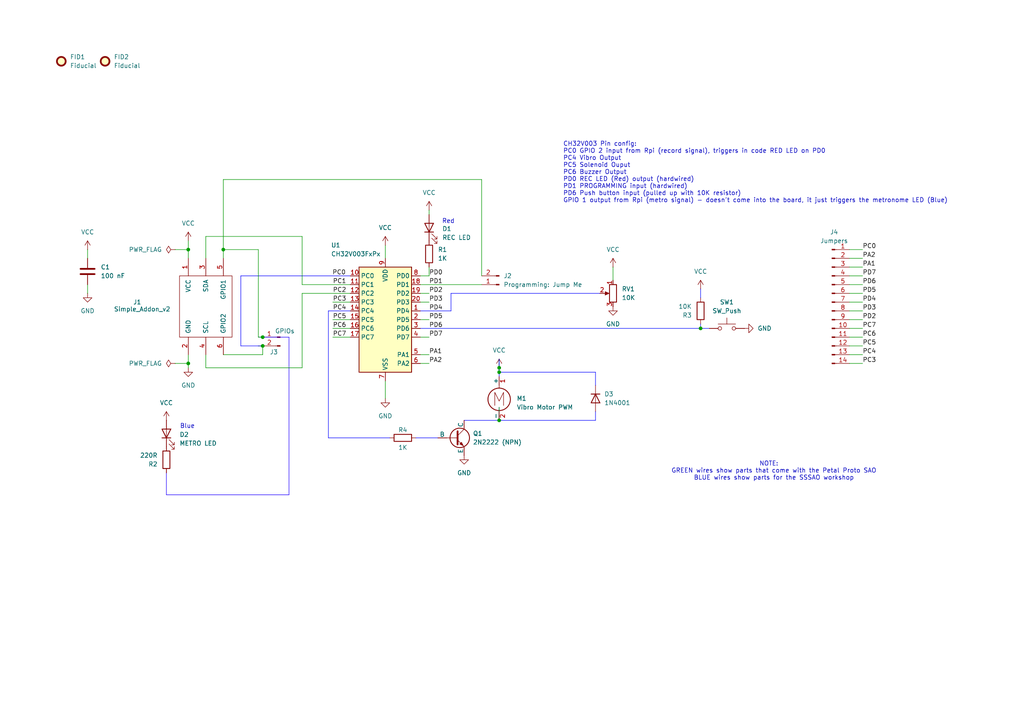
<source format=kicad_sch>
(kicad_sch (version 20250114) (generator "eeschema") (generator_version "9.0")
  (paper "A4")
  (lib_symbols
    (symbol "Connector:Conn_01x02_Pin" (pin_names (offset 1.016) (hide yes))
      (property "Reference" "J" (at 0 2.54 0))
      (property "Value" "Conn_01x02_Pin" (at 0 -5.08 0))
      (symbol "Conn_01x02_Pin_1_1"
        (rectangle (start 0.8636 0.127) (end 0 -0.127) (stroke (width 0.1524)) (fill (type outline)))
        (rectangle (start 0.8636 -2.413) (end 0 -2.667) (stroke (width 0.1524)) (fill (type outline)))
        (polyline (pts (xy 1.27 0) (xy 0.8636 0)) (stroke (width 0.1524)))
        (polyline (pts (xy 1.27 -2.54) (xy 0.8636 -2.54)) (stroke (width 0.1524)))
        (pin passive line (at 5.08 0 180) (length 3.81) (name "Pin_1") (number "1"))
        (pin passive line (at 5.08 -2.54 180) (length 3.81) (name "Pin_2") (number "2"))
      )
    )
    (symbol "Connector:Conn_01x14_Pin" (pin_names (offset 1.016) (hide yes))
      (property "Reference" "J" (at 0 17.78 0))
      (property "Value" "Conn_01x14_Pin" (at 0 -20.32 0))
      (symbol "Conn_01x14_Pin_1_1"
        (rectangle (start 0.8636 15.367) (end 0 15.113) (stroke (width 0.1524)) (fill (type outline)))
        (rectangle (start 0.8636 12.827) (end 0 12.573) (stroke (width 0.1524)) (fill (type outline)))
        (rectangle (start 0.8636 10.287) (end 0 10.033) (stroke (width 0.1524)) (fill (type outline)))
        (rectangle (start 0.8636 7.747) (end 0 7.493) (stroke (width 0.1524)) (fill (type outline)))
        (rectangle (start 0.8636 5.207) (end 0 4.953) (stroke (width 0.1524)) (fill (type outline)))
        (rectangle (start 0.8636 2.667) (end 0 2.413) (stroke (width 0.1524)) (fill (type outline)))
        (rectangle (start 0.8636 0.127) (end 0 -0.127) (stroke (width 0.1524)) (fill (type outline)))
        (rectangle (start 0.8636 -2.413) (end 0 -2.667) (stroke (width 0.1524)) (fill (type outline)))
        (rectangle (start 0.8636 -4.953) (end 0 -5.207) (stroke (width 0.1524)) (fill (type outline)))
        (rectangle (start 0.8636 -7.493) (end 0 -7.747) (stroke (width 0.1524)) (fill (type outline)))
        (rectangle (start 0.8636 -10.033) (end 0 -10.287) (stroke (width 0.1524)) (fill (type outline)))
        (rectangle (start 0.8636 -12.573) (end 0 -12.827) (stroke (width 0.1524)) (fill (type outline)))
        (rectangle (start 0.8636 -15.113) (end 0 -15.367) (stroke (width 0.1524)) (fill (type outline)))
        (rectangle (start 0.8636 -17.653) (end 0 -17.907) (stroke (width 0.1524)) (fill (type outline)))
        (polyline (pts (xy 1.27 15.24) (xy 0.8636 15.24)) (stroke (width 0.1524)))
        (polyline (pts (xy 1.27 12.7) (xy 0.8636 12.7)) (stroke (width 0.1524)))
        (polyline (pts (xy 1.27 10.16) (xy 0.8636 10.16)) (stroke (width 0.1524)))
        (polyline (pts (xy 1.27 7.62) (xy 0.8636 7.62)) (stroke (width 0.1524)))
        (polyline (pts (xy 1.27 5.08) (xy 0.8636 5.08)) (stroke (width 0.1524)))
        (polyline (pts (xy 1.27 2.54) (xy 0.8636 2.54)) (stroke (width 0.1524)))
        (polyline (pts (xy 1.27 0) (xy 0.8636 0)) (stroke (width 0.1524)))
        (polyline (pts (xy 1.27 -2.54) (xy 0.8636 -2.54)) (stroke (width 0.1524)))
        (polyline (pts (xy 1.27 -5.08) (xy 0.8636 -5.08)) (stroke (width 0.1524)))
        (polyline (pts (xy 1.27 -7.62) (xy 0.8636 -7.62)) (stroke (width 0.1524)))
        (polyline (pts (xy 1.27 -10.16) (xy 0.8636 -10.16)) (stroke (width 0.1524)))
        (polyline (pts (xy 1.27 -12.7) (xy 0.8636 -12.7)) (stroke (width 0.1524)))
        (polyline (pts (xy 1.27 -15.24) (xy 0.8636 -15.24)) (stroke (width 0.1524)))
        (polyline (pts (xy 1.27 -17.78) (xy 0.8636 -17.78)) (stroke (width 0.1524)))
        (pin passive line (at 5.08 15.24 180) (length 3.81) (name "Pin_1") (number "1"))
        (pin passive line (at 5.08 12.7 180) (length 3.81) (name "Pin_2") (number "2"))
        (pin passive line (at 5.08 10.16 180) (length 3.81) (name "Pin_3") (number "3"))
        (pin passive line (at 5.08 7.62 180) (length 3.81) (name "Pin_4") (number "4"))
        (pin passive line (at 5.08 5.08 180) (length 3.81) (name "Pin_5") (number "5"))
        (pin passive line (at 5.08 2.54 180) (length 3.81) (name "Pin_6") (number "6"))
        (pin passive line (at 5.08 0 180) (length 3.81) (name "Pin_7") (number "7"))
        (pin passive line (at 5.08 -2.54 180) (length 3.81) (name "Pin_8") (number "8"))
        (pin passive line (at 5.08 -5.08 180) (length 3.81) (name "Pin_9") (number "9"))
        (pin passive line (at 5.08 -7.62 180) (length 3.81) (name "Pin_10") (number "10"))
        (pin passive line (at 5.08 -10.16 180) (length 3.81) (name "Pin_11") (number "11"))
        (pin passive line (at 5.08 -12.7 180) (length 3.81) (name "Pin_12") (number "12"))
        (pin passive line (at 5.08 -15.24 180) (length 3.81) (name "Pin_13") (number "13"))
        (pin passive line (at 5.08 -17.78 180) (length 3.81) (name "Pin_14") (number "14"))
      )
    )
    (symbol "Device:C" (pin_numbers (hide yes)) (pin_names (offset 0.254))
      (property "Reference" "C" (at 0.635 2.54 0))
      (property "Value" "C" (at 0.635 -2.54 0))
      (symbol "C_0_1"
        (polyline (pts (xy -2.032 0.762) (xy 2.032 0.762)) (stroke (width 0.508)))
        (polyline (pts (xy -2.032 -0.762) (xy 2.032 -0.762)) (stroke (width 0.508)))
      )
      (symbol "C_1_1"
        (pin passive line (at 0 3.81 270) (length 2.794) (name "~") (number "1"))
        (pin passive line (at 0 -3.81 90) (length 2.794) (name "~") (number "2"))
      )
    )
    (symbol "Device:LED" (pin_numbers (hide yes)) (pin_names (offset 1.016) (hide yes))
      (property "Reference" "D" (at 0 2.54 0))
      (property "Value" "LED" (at 0 -2.54 0))
      (symbol "LED_0_1"
        (polyline (pts (xy -3.048 -0.762) (xy -4.572 -2.286) (xy -3.81 -2.286) (xy -4.572 -2.286) (xy -4.572 -1.524)))
        (polyline (pts (xy -1.778 -0.762) (xy -3.302 -2.286) (xy -2.54 -2.286) (xy -3.302 -2.286) (xy -3.302 -1.524)))
        (polyline (pts (xy -1.27 0) (xy 1.27 0)))
        (polyline (pts (xy -1.27 -1.27) (xy -1.27 1.27)) (stroke (width 0.254)))
        (polyline (pts (xy 1.27 -1.27) (xy 1.27 1.27) (xy -1.27 0) (xy 1.27 -1.27)) (stroke (width 0.254)))
      )
      (symbol "LED_1_1"
        (pin passive line (at -3.81 0 0) (length 2.54) (name "K") (number "1"))
        (pin passive line (at 3.81 0 180) (length 2.54) (name "A") (number "2"))
      )
    )
    (symbol "Device:R" (pin_numbers (hide yes)) (pin_names (offset 0))
      (property "Reference" "R" (at 2.032 0 90))
      (property "Value" "R" (at 0 0 90))
      (symbol "R_0_1"
        (rectangle (start -1.016 -2.54) (end 1.016 2.54) (stroke (width 0.254)))
      )
      (symbol "R_1_1"
        (pin passive line (at 0 3.81 270) (length 1.27) (name "~") (number "1"))
        (pin passive line (at 0 -3.81 90) (length 1.27) (name "~") (number "2"))
      )
    )
    (symbol "Device:R_Potentiometer" (pin_names (offset 1.016) (hide yes))
      (property "Reference" "RV" (at -4.445 0 90))
      (property "Value" "R_Potentiometer" (at -2.54 0 90))
      (symbol "R_Potentiometer_0_1"
        (rectangle (start 1.016 2.54) (end -1.016 -2.54) (stroke (width 0.254)))
        (polyline (pts (xy 1.143 0) (xy 2.286 0.508) (xy 2.286 -0.508) (xy 1.143 0)) (fill (type outline)))
        (polyline (pts (xy 2.54 0) (xy 1.524 0)))
      )
      (symbol "R_Potentiometer_1_1"
        (pin passive line (at 0 3.81 270) (length 1.27) (name "1") (number "1"))
        (pin passive line (at 0 -3.81 90) (length 1.27) (name "3") (number "3"))
        (pin passive line (at 3.81 0 180) (length 1.27) (name "2") (number "2"))
      )
    )
    (symbol "Diode:1N4001" (pin_numbers (hide yes)) (pin_names (hide yes))
      (property "Reference" "D" (at 0 2.54 0))
      (property "Value" "1N4001" (at 0 -2.54 0))
      (symbol "1N4001_0_1"
        (polyline (pts (xy -1.27 1.27) (xy -1.27 -1.27)) (stroke (width 0.254)))
        (polyline (pts (xy 1.27 1.27) (xy 1.27 -1.27) (xy -1.27 0) (xy 1.27 1.27)) (stroke (width 0.254)))
        (polyline (pts (xy 1.27 0) (xy -1.27 0)))
      )
      (symbol "1N4001_1_1"
        (pin passive line (at -3.81 0 0) (length 2.54) (name "K") (number "1"))
        (pin passive line (at 3.81 0 180) (length 2.54) (name "A") (number "2"))
      )
    )
    (symbol "MCU_WCH_CH32V0:CH32V003FxPx"
      (property "Reference" "U" (at -7.62 17.78 0))
      (property "Value" "CH32V003FxPx" (at 7.62 17.78 0))
      (symbol "CH32V003FxPx_1_1"
        (rectangle (start -7.62 15.24) (end 7.62 -15.24) (stroke (width 0.254)) (fill (type background)))
        (pin bidirectional line (at -10.16 12.7 0) (length 2.54) (name "PC0") (number "10"))
        (pin bidirectional line (at -10.16 10.16 0) (length 2.54) (name "PC1") (number "11"))
        (pin bidirectional line (at -10.16 7.62 0) (length 2.54) (name "PC2") (number "12"))
        (pin bidirectional line (at -10.16 5.08 0) (length 2.54) (name "PC3") (number "13"))
        (pin bidirectional line (at -10.16 2.54 0) (length 2.54) (name "PC4") (number "14"))
        (pin bidirectional line (at -10.16 0 0) (length 2.54) (name "PC5") (number "15"))
        (pin bidirectional line (at -10.16 -2.54 0) (length 2.54) (name "PC6") (number "16"))
        (pin bidirectional line (at -10.16 -5.08 0) (length 2.54) (name "PC7") (number "17"))
        (pin power_in line (at 0 17.78 270) (length 2.54) (name "VDD") (number "9"))
        (pin power_in line (at 0 -17.78 90) (length 2.54) (name "VSS") (number "7"))
        (pin bidirectional line (at 10.16 12.7 180) (length 2.54) (name "PD0") (number "8"))
        (pin bidirectional line (at 10.16 10.16 180) (length 2.54) (name "PD1") (number "18"))
        (pin bidirectional line (at 10.16 7.62 180) (length 2.54) (name "PD2") (number "19"))
        (pin bidirectional line (at 10.16 5.08 180) (length 2.54) (name "PD3") (number "20"))
        (pin bidirectional line (at 10.16 2.54 180) (length 2.54) (name "PD4") (number "1"))
        (pin bidirectional line (at 10.16 0 180) (length 2.54) (name "PD5") (number "2"))
        (pin bidirectional line (at 10.16 -2.54 180) (length 2.54) (name "PD6") (number "3"))
        (pin bidirectional line (at 10.16 -5.08 180) (length 2.54) (name "PD7") (number "4"))
        (pin bidirectional line (at 10.16 -10.16 180) (length 2.54) (name "PA1") (number "5"))
        (pin bidirectional line (at 10.16 -12.7 180) (length 2.54) (name "PA2") (number "6"))
      )
    )
    (symbol "Mechanical:Fiducial" (exclude_from_sim yes) (in_bom no)
      (property "Reference" "FID" (at 0 5.08 0))
      (property "Value" "Fiducial" (at 0 3.175 0))
      (symbol "Fiducial_0_1"
        (circle (center 0 0) (radius 1.27) (stroke (width 0.508)) (fill (type background)))
      )
    )
    (symbol "Motor:Motor_DC" (pin_names (offset 0))
      (property "Reference" "M" (at 2.54 2.54 0))
      (property "Value" "Motor_DC" (at 2.54 -5.08 0))
      (symbol "Motor_DC_0_0"
        (polyline (pts (xy -1.27 -3.302) (xy -1.27 0.508) (xy 0 -2.032) (xy 1.27 0.508) (xy 1.27 -3.302)))
      )
      (symbol "Motor_DC_0_1"
        (polyline (pts (xy 0 2.032) (xy 0 2.54)))
        (polyline (pts (xy 0 1.7272) (xy 0 2.0828)))
        (circle (center 0 -1.524) (radius 3.2512) (stroke (width 0.254)))
        (polyline (pts (xy 0 -4.7752) (xy 0 -5.1816)))
        (polyline (pts (xy 0 -7.62) (xy 0 -7.112)))
      )
      (symbol "Motor_DC_1_1"
        (pin passive line (at 0 5.08 270) (length 2.54) (name "+") (number "1"))
        (pin passive line (at 0 -7.62 90) (length 2.54) (name "-") (number "2"))
      )
    )
    (symbol "Simulation_SPICE:NPN" (pin_numbers (hide yes)) (pin_names (offset 0))
      (property "Reference" "Q1" (at 5.08 1.2701 0))
      (property "Value" "2N2222 (NPN)" (at 5.08 -1.2699 0))
      (symbol "NPN_0_1"
        (polyline (pts (xy -2.54 0) (xy 0.635 0)) (stroke (width 0.1524)))
        (polyline (pts (xy 0.635 1.905) (xy 0.635 -1.905) (xy 0.635 -1.905)) (stroke (width 0.508)))
        (polyline (pts (xy 0.635 0.635) (xy 2.54 2.54)))
        (polyline (pts (xy 0.635 -0.635) (xy 2.54 -2.54) (xy 2.54 -2.54)))
        (circle (center 1.27 0) (radius 2.8194) (stroke (width 0.254)))
        (polyline (pts (xy 1.27 -1.778) (xy 1.778 -1.27) (xy 2.286 -2.286) (xy 1.27 -1.778) (xy 1.27 -1.778)) (fill (type outline)))
        (polyline (pts (xy 2.794 -1.27) (xy 2.794 -1.27)) (stroke (width 0.1524)))
        (polyline (pts (xy 2.794 -1.27) (xy 2.794 -1.27)) (stroke (width 0.1524)))
      )
      (symbol "NPN_1_1"
        (pin input line (at -5.08 0 0) (length 2.54) (name "B") (number "2"))
        (pin input line (at 2.54 5.08 270) (length 2.54) (name "C") (number "1"))
        (pin input line (at 2.54 -5.08 90) (length 2.54) (name "E") (number "3"))
      )
    )
    (symbol "Switch:SW_Push" (pin_numbers (hide yes)) (pin_names (offset 1.016) (hide yes))
      (property "Reference" "SW" (at 1.27 2.54 0))
      (property "Value" "SW_Push" (at 0 -1.524 0))
      (symbol "SW_Push_0_1"
        (circle (center -2.032 0) (radius 0.508))
        (polyline (pts (xy 0 1.27) (xy 0 3.048)))
        (circle (center 2.032 0) (radius 0.508))
        (polyline (pts (xy 2.54 1.27) (xy -2.54 1.27)))
        (pin passive line (at -5.08 0 0) (length 2.54) (name "1") (number "1"))
        (pin passive line (at 5.08 0 180) (length 2.54) (name "2") (number "2"))
      )
    )
    (symbol "power:GND" (power) (pin_numbers (hide yes)) (pin_names (offset 0) (hide yes))
      (property "Value" "GND" (at 0 -3.81 0))
      (symbol "GND_0_1"
        (polyline (pts (xy 0 0) (xy 0 -1.27) (xy 1.27 -1.27) (xy 0 -2.54) (xy -1.27 -1.27) (xy 0 -1.27)))
      )
      (symbol "GND_1_1"
        (pin power_in line (at 0 0 270) (length 0) (name "~") (number "1"))
      )
    )
    (symbol "power:PWR_FLAG" (power) (pin_numbers (hide yes)) (pin_names (offset 0) (hide yes))
      (property "Value" "PWR_FLAG" (at 0 3.81 0))
      (symbol "PWR_FLAG_0_0"
        (pin power_out line (at 0 0 90) (length 0) (name "~") (number "1"))
      )
      (symbol "PWR_FLAG_0_1"
        (polyline (pts (xy 0 0) (xy 0 1.27) (xy -1.016 1.905) (xy 0 2.54) (xy 1.016 1.905) (xy 0 1.27)))
      )
    )
    (symbol "power:VCC" (power) (pin_numbers (hide yes)) (pin_names (offset 0) (hide yes))
      (property "Value" "VCC" (at 0 3.556 0))
      (symbol "VCC_0_1"
        (polyline (pts (xy -0.762 1.27) (xy 0 2.54)))
        (polyline (pts (xy 0 2.54) (xy 0.762 1.27)))
        (polyline (pts (xy 0 0) (xy 0 2.54)))
      )
      (symbol "VCC_1_1"
        (pin power_in line (at 0 0 90) (length 0) (name "~") (number "1"))
      )
    )
    (symbol "todbot_stuff:Simple_Addon_v2" (pin_names (offset 1.016))
      (property "Reference" "X" (at 0 0 0))
      (property "Value" "Simple_Addon_v2" (at 0 20.32 0))
      (symbol "Simple_Addon_v2_0_1"
        (rectangle (start -7.62 8.89) (end 7.62 -8.89))
      )
      (symbol "Simple_Addon_v2_1_1"
        (pin input line (at -5.08 13.97 270) (length 5.08) (name "VCC") (number "1"))
        (pin input line (at -5.08 -13.97 90) (length 5.08) (name "GND") (number "2"))
        (pin input line (at 0 13.97 270) (length 5.08) (name "SDA") (number "3"))
        (pin input line (at 0 -13.97 90) (length 5.08) (name "SCL") (number "4"))
        (pin input line (at 5.08 13.97 270) (length 5.08) (name "GPIO1") (number "5"))
        (pin input line (at 5.08 -13.97 90) (length 5.08) (name "GPIO2") (number "6"))
      )
    )
  )
  (text "Red" (at 130.048 64.262 0) (effects (font (size 1.27 1.27))))
  (text "Blue" (at 54.356 123.698 0) (effects (font (size 1.27 1.27))))
  (text "NOTE:\n   GREEN wires show parts that come with the Petal Proto SAO\n   BLUE wires show parts for the SSSAO workshop" (at 223.012 136.652 0) (effects (font (size 1.27 1.27))))
  (text "CH32V003 Pin config:\nPC0 GPIO 2 input from Rpi (record signal), triggers in code RED LED on PD0\nPC4 Vibro Output\nPC5 Solenoid Ouput\nPC6 Buzzer Output\nPD0 REC LED (Red) output (hardwired)\nPD1 PROGRAMMING input (hardwired)\nPD6 Push button input (pulled up with 10K resistor)\nGPIO 1 output from Rpi (metro signal) - doesn't come into the board, it just triggers the metronome LED (Blue)" (at 163.322 50.038 0) (effects (font (size 1.27 1.27)) (justify left)))
  (junction (at 203.2 95.25))
  (junction (at 76.2 100.33))
  (junction (at 64.77 72.39))
  (junction (at 144.78 121.92))
  (junction (at 144.78 107.95))
  (junction (at 76.2 97.79))
  (junction (at 54.61 72.39))
  (junction (at 144.78 106.68))
  (junction (at 54.61 105.41))
  (wire (pts (xy 246.38 82.55) (xy 250.19 82.55)))
  (wire (pts (xy 64.77 72.39) (xy 64.77 74.93)))
  (wire (pts (xy 172.72 121.92) (xy 144.78 121.92)) (stroke (width 0) (color 4 4 255 1)))
  (wire (pts (xy 124.46 77.47) (xy 124.46 80.01)))
  (wire (pts (xy 59.69 74.93) (xy 59.69 68.58)))
  (wire (pts (xy 144.78 121.92) (xy 144.78 118.11)))
  (wire (pts (xy 121.92 102.87) (xy 124.46 102.87)))
  (wire (pts (xy 121.92 90.17) (xy 130.81 90.17)) (stroke (width 0) (color 4 4 255 1)))
  (wire (pts (xy 139.7 52.07) (xy 64.77 52.07)))
  (wire (pts (xy 96.52 95.25) (xy 101.6 95.25)))
  (wire (pts (xy 74.93 100.33) (xy 76.2 100.33)) (stroke (width 0) (color 31 0 255 1)))
  (wire (pts (xy 54.61 72.39) (xy 54.61 74.93)))
  (wire (pts (xy 96.52 87.63) (xy 101.6 87.63)))
  (wire (pts (xy 48.26 137.16) (xy 48.26 143.51)) (stroke (width 0) (color 31 0 255 1)))
  (wire (pts (xy 144.78 106.68) (xy 144.78 104.14)))
  (wire (pts (xy 59.69 68.58) (xy 87.63 68.58)))
  (wire (pts (xy 25.4 72.39) (xy 25.4 74.93)))
  (wire (pts (xy 74.93 97.79) (xy 76.2 97.79)) (stroke (width 0) (color 31 0 255 1)))
  (wire (pts (xy 144.78 121.92) (xy 144.78 118.11)) (stroke (width 0) (color 4 4 255 1)))
  (wire (pts (xy 246.38 95.25) (xy 250.19 95.25)))
  (wire (pts (xy 144.78 107.95) (xy 172.72 107.95)) (stroke (width 0) (color 4 4 255 1)))
  (wire (pts (xy 121.92 105.41) (xy 124.46 105.41)))
  (wire (pts (xy 87.63 68.58) (xy 87.63 82.55)))
  (wire (pts (xy 203.2 95.25) (xy 205.74 95.25)) (stroke (width 0) (color 1 9 255 1)))
  (wire (pts (xy 111.76 71.12) (xy 111.76 74.93)))
  (wire (pts (xy 48.26 143.51) (xy 83.82 143.51)) (stroke (width 0) (color 31 0 255 1)))
  (wire (pts (xy 95.25 127) (xy 113.03 127)) (stroke (width 0) (color 4 4 255 1)))
  (wire (pts (xy 87.63 82.55) (xy 101.6 82.55)))
  (wire (pts (xy 246.38 72.39) (xy 250.19 72.39)))
  (wire (pts (xy 87.63 85.09) (xy 101.6 85.09)))
  (wire (pts (xy 144.78 107.95) (xy 144.78 106.68)) (stroke (width 0) (color 4 4 255 1)))
  (wire (pts (xy 124.46 80.01) (xy 121.92 80.01)))
  (wire (pts (xy 246.38 85.09) (xy 250.19 85.09)))
  (wire (pts (xy 246.38 74.93) (xy 250.19 74.93)))
  (wire (pts (xy 246.38 102.87) (xy 250.19 102.87)))
  (wire (pts (xy 203.2 93.98) (xy 203.2 95.25)) (stroke (width 0) (color 1 9 255 1)))
  (wire (pts (xy 83.82 97.79) (xy 83.82 143.51)) (stroke (width 0) (color 31 0 255 1)))
  (wire (pts (xy 121.92 87.63) (xy 124.46 87.63)))
  (wire (pts (xy 74.93 72.39) (xy 74.93 97.79)))
  (wire (pts (xy 130.81 85.09) (xy 130.81 90.17)) (stroke (width 0) (color 4 4 255 1)))
  (wire (pts (xy 96.52 92.71) (xy 101.6 92.71)))
  (wire (pts (xy 69.85 100.33) (xy 74.93 100.33)) (stroke (width 0) (color 5 0 255 1)))
  (wire (pts (xy 124.46 60.96) (xy 124.46 62.23)))
  (wire (pts (xy 203.2 83.82) (xy 203.2 86.36)) (stroke (width 0) (color 1 9 255 1)))
  (wire (pts (xy 59.69 102.87) (xy 59.69 106.68)))
  (wire (pts (xy 130.81 85.09) (xy 173.99 85.09)) (stroke (width 0) (color 4 4 255 1)))
  (wire (pts (xy 96.52 97.79) (xy 101.6 97.79)))
  (wire (pts (xy 76.2 97.79) (xy 83.82 97.79)) (stroke (width 0) (color 31 0 255 1)))
  (wire (pts (xy 50.8 72.39) (xy 54.61 72.39)))
  (wire (pts (xy 246.38 87.63) (xy 250.19 87.63)))
  (wire (pts (xy 76.2 100.33) (xy 74.93 100.33)))
  (wire (pts (xy 95.25 90.17) (xy 95.25 127)) (stroke (width 0) (color 4 4 255 1)))
  (wire (pts (xy 69.85 80.01) (xy 69.85 100.33)) (stroke (width 0) (color 5 0 255 1)))
  (wire (pts (xy 246.38 90.17) (xy 250.19 90.17)))
  (wire (pts (xy 121.92 97.79) (xy 124.46 97.79)))
  (wire (pts (xy 172.72 119.38) (xy 172.72 121.92)) (stroke (width 0) (color 4 4 255 1)))
  (wire (pts (xy 87.63 106.68) (xy 87.63 85.09)))
  (wire (pts (xy 121.92 95.25) (xy 203.2 95.25)) (stroke (width 0) (color 1 9 255 1)))
  (wire (pts (xy 134.62 121.92) (xy 144.78 121.92)) (stroke (width 0) (color 4 4 255 1)))
  (wire (pts (xy 246.38 105.41) (xy 250.19 105.41)))
  (wire (pts (xy 64.77 52.07) (xy 64.77 72.39)))
  (wire (pts (xy 246.38 100.33) (xy 250.19 100.33)))
  (wire (pts (xy 139.7 80.01) (xy 139.7 52.07)))
  (wire (pts (xy 246.38 97.79) (xy 250.19 97.79)))
  (wire (pts (xy 59.69 106.68) (xy 87.63 106.68)))
  (wire (pts (xy 111.76 110.49) (xy 111.76 115.57)))
  (wire (pts (xy 121.92 92.71) (xy 124.46 92.71)))
  (wire (pts (xy 69.85 80.01) (xy 101.6 80.01)) (stroke (width 0) (color 5 0 255 1)))
  (wire (pts (xy 54.61 102.87) (xy 54.61 105.41)))
  (wire (pts (xy 172.72 107.95) (xy 172.72 111.76)) (stroke (width 0) (color 4 4 255 1)))
  (wire (pts (xy 54.61 105.41) (xy 54.61 106.68)))
  (wire (pts (xy 246.38 80.01) (xy 250.19 80.01)))
  (wire (pts (xy 50.8 105.41) (xy 54.61 105.41)))
  (wire (pts (xy 144.78 106.68) (xy 144.78 104.14)) (stroke (width 0) (color 4 4 255 1)))
  (wire (pts (xy 25.4 82.55) (xy 25.4 85.09)))
  (wire (pts (xy 177.8 77.47) (xy 177.8 81.28)))
  (wire (pts (xy 246.38 77.47) (xy 250.19 77.47)))
  (wire (pts (xy 120.65 127) (xy 127 127)) (stroke (width 0) (color 4 4 255 1)))
  (wire (pts (xy 144.78 107.95) (xy 144.78 106.68)))
  (wire (pts (xy 54.61 69.85) (xy 54.61 72.39)))
  (wire (pts (xy 74.93 97.79) (xy 76.2 97.79)))
  (wire (pts (xy 144.78 109.22) (xy 144.78 107.95)) (stroke (width 0) (color 4 4 255 1)))
  (wire (pts (xy 76.2 100.33) (xy 76.2 102.87)))
  (wire (pts (xy 121.92 85.09) (xy 124.46 85.09)))
  (wire (pts (xy 95.25 90.17) (xy 101.6 90.17)) (stroke (width 0) (color 4 4 255 1)))
  (wire (pts (xy 64.77 102.87) (xy 76.2 102.87)))
  (wire (pts (xy 121.92 82.55) (xy 139.7 82.55)))
  (wire (pts (xy 64.77 72.39) (xy 74.93 72.39)))
  (wire (pts (xy 246.38 92.71) (xy 250.19 92.71)))
  (label "PC6" (at 250.19 97.79 0))
  (label "PD0" (at 124.46 80.01 0))
  (label "PD5" (at 250.19 85.09 0))
  (label "PD2" (at 250.19 92.71 0))
  (label "PC6" (at 96.52 95.25 0))
  (label "PD6" (at 250.19 82.55 0))
  (label "PA2" (at 250.19 74.93 0))
  (label "PA1" (at 250.19 77.47 0))
  (label "PA2" (at 124.46 105.41 0))
  (label "PC5" (at 96.52 92.71 0))
  (label "PC1" (at 96.52 82.55 0))
  (label "PC0" (at 250.19 72.39 0))
  (label "PC4" (at 96.52 90.17 0))
  (label "PC4" (at 250.19 102.87 0))
  (label "PC7" (at 250.19 95.25 0))
  (label "PD7" (at 124.46 97.79 0))
  (label "PA1" (at 124.46 102.87 0))
  (label "PC5" (at 250.19 100.33 0))
  (label "PD7" (at 250.19 80.01 0))
  (label "PD3" (at 250.19 90.17 0))
  (label "PD1" (at 124.46 82.55 0))
  (label "PD6" (at 124.46 95.25 0))
  (label "PD4" (at 250.19 87.63 0))
  (label "PC3" (at 250.19 105.41 0))
  (label "PC7" (at 96.52 97.79 0))
  (label "PC2" (at 96.52 85.09 0))
  (label "PD4" (at 124.46 90.17 0))
  (label "PC0" (at 100.33 80.01 180))
  (label "PD3" (at 124.46 87.63 0))
  (label "PC3" (at 96.52 87.63 0))
  (label "PD2" (at 124.46 85.09 0))
  (label "PD5" (at 124.46 92.71 0))
  (symbol (lib_id "power:GND") (at 177.8 88.9 0) (unit 1)
    (property "Reference" "#PWR013" (effects (hide yes)))
    (property "Value" "GND" (at 177.8 93.98 0))
    (property "Description" "Power symbol creates a global label with name \"GND\" , ground" (effects (hide yes)))
  )
  (symbol (lib_id "power:VCC") (at 124.46 60.96 0) (unit 1)
    (property "Reference" "#PWR07" (effects (hide yes)))
    (property "Value" "VCC" (at 124.46 55.88 0))
    (property "Description" "Power symbol creates a global label with name \"VCC\"" (effects (hide yes)))
  )
  (symbol (lib_id "power:PWR_FLAG") (at 50.8 72.39 90) (unit 1)
    (property "Reference" "#FLG01" (effects (hide yes)))
    (property "Value" "PWR_FLAG" (at 46.99 72.3899 90) (effects (justify left)))
    (property "Description" "Special symbol for telling ERC where power comes from" (effects (hide yes)))
  )
  (symbol (lib_id "Device:R") (at 124.46 73.66 0) (unit 1)
    (property "Reference" "R1" (at 127 72.3899 0) (effects (justify left)))
    (property "Value" "1K" (at 127 74.9299 0) (effects (justify left)))
    (property "Footprint" "Resistor_SMD:R_0603_1608Metric" (effects (hide yes)))
    (property "Description" "Resistor" (effects (hide yes)))
  )
  (symbol (lib_id "power:VCC") (at 54.61 69.85 0) (unit 1)
    (property "Reference" "#PWR01" (effects (hide yes)))
    (property "Value" "VCC" (at 54.61 64.77 0))
    (property "Description" "Power symbol creates a global label with name \"VCC\"" (effects (hide yes)))
  )
  (symbol (lib_id "Diode:1N4001") (at 172.72 115.57 270) (unit 1)
    (property "Reference" "D3" (at 175.26 114.2999 90) (effects (justify left)))
    (property "Value" "1N4001" (at 175.26 116.8399 90) (effects (justify left)))
    (property "Footprint" "Diode_THT:D_DO-41_SOD81_P10.16mm_Horizontal" (effects (hide yes)))
    (property "Datasheet" "http://www.vishay.com/docs/88503/1n4001.pdf" (effects (hide yes)))
    (property "Description" "50V 1A General Purpose Rectifier Diode, DO-41" (effects (hide yes)))
    (property "Sim.Device" "D" (effects (hide yes)))
    (property "Sim.Pins" "1=K 2=A" (effects (hide yes)))
  )
  (symbol (lib_id "Device:C") (at 25.4 78.74 0) (unit 1)
    (property "Reference" "C1" (at 29.21 77.4699 0) (effects (justify left)))
    (property "Value" "100 nF" (at 29.21 80.0099 0) (effects (justify left)))
    (property "Footprint" "Capacitor_SMD:C_0603_1608Metric" (effects (hide yes)))
    (property "Description" "Unpolarized capacitor" (effects (hide yes)))
  )
  (symbol (lib_id "Device:LED") (at 124.46 66.04 90) (unit 1)
    (property "Reference" "D1" (at 128.27 66.3574 90) (effects (justify right)))
    (property "Value" "REC LED" (at 128.27 68.8974 90) (effects (justify right)))
    (property "Footprint" "LED_SMD:LED_0603_1608Metric" (effects (hide yes)))
    (property "Description" "Light emitting diode" (effects (hide yes)))
  )
  (symbol (lib_id "power:GND") (at 25.4 85.09 0) (unit 1)
    (property "Reference" "#PWR04" (effects (hide yes)))
    (property "Value" "GND" (at 25.4 90.17 0))
    (property "Description" "Power symbol creates a global label with name \"GND\" , ground" (effects (hide yes)))
  )
  (symbol (lib_id "MCU_WCH_CH32V0:CH32V003FxPx") (at 111.76 92.71 0) (unit 1)
    (property "Reference" "U1" (at 96.012 71.12 0) (effects (justify left)))
    (property "Value" "CH32V003FxPx" (at 96.012 73.66 0) (effects (justify left)))
    (property "Footprint" "Package_SO:TSSOP-20_4.4x6.5mm_P0.65mm" (effects (hide yes)))
    (property "Datasheet" "https://www.wch-ic.com/products/CH32V003.html" (effects (hide yes)))
    (property "Description" "CH32V003 series are industrial-grade general-purpose microcontrollers designed based on 32-bit RISC-V instruction set and architecture. It adopts QingKe V2A core, RV32EC instruction set, and supports 2 levels of interrupt nesting. The series are mounted with rich peripheral interfaces and function modules. Its internal organizational structure meets the low-cost and low-power embedded application scenarios." (effects (hide yes)))
  )
  (symbol (lib_id "power:GND") (at 134.62 132.08 0) (unit 1)
    (property "Reference" "#PWR09" (effects (hide yes)))
    (property "Value" "GND" (at 134.62 137.16 0))
    (property "Description" "Power symbol creates a global label with name \"GND\" , ground" (effects (hide yes)))
  )
  (symbol (lib_id "power:GND") (at 215.9 95.25 90) (mirror x) (unit 1)
    (property "Reference" "#PWR018" (effects (hide yes)))
    (property "Value" "GND" (at 219.71 95.2499 90) (effects (justify right)))
    (property "Description" "Power symbol creates a global label with name \"GND\" , ground" (effects (hide yes)))
  )
  (symbol (lib_id "Device:LED") (at 48.26 125.73 90) (unit 1)
    (property "Reference" "D2" (at 52.07 126.0474 90) (effects (justify right)))
    (property "Value" "METRO LED" (at 52.07 128.5874 90) (effects (justify right)))
    (property "Footprint" "LED_THT:LED_D5.0mm" (effects (hide yes)))
    (property "Description" "Light emitting diode" (effects (hide yes)))
  )
  (symbol (lib_id "todbot_stuff:Simple_Addon_v2") (at 59.69 88.9 0) (unit 1)
    (property "Reference" "J1" (at 38.608 87.63 0) (effects (justify left)))
    (property "Value" "Simple_Addon_v2" (at 33.02 89.662 0) (effects (justify left)))
    (property "Footprint" "Connector_PinHeader_2.54mm:PinHeader_2x03_P2.54mm_Vertical" (effects (hide yes)))
  )
  (symbol (lib_id "Simulation_SPICE:NPN") (at 132.08 127 0) (unit 1)
    (property "Reference" "Q1" (at 137.16 125.7299 0) (effects (justify left)))
    (property "Value" "2N2222 (NPN)" (at 137.16 128.2699 0) (effects (justify left)))
    (property "Footprint" "Package_TO_SOT_THT:TO-92_Inline_Wide" (effects (hide yes)))
    (property "Datasheet" "https://ngspice.sourceforge.io/docs/ngspice-html-manual/manual.xhtml#cha_BJTs" (effects (hide yes)))
    (property "Description" "Bipolar transistor symbol for simulation only, substrate tied to the emitter" (effects (hide yes)))
    (property "Sim.Device" "NPN" (effects (hide yes)))
    (property "Sim.Type" "GUMMELPOON" (effects (hide yes)))
    (property "Sim.Pins" "1=C 2=B 3=E" (effects (hide yes)))
  )
  (symbol (lib_id "Connector:Conn_01x02_Pin") (at 81.28 97.79 0) (mirror y) (unit 1)
    (property "Reference" "J3" (at 78.232 102.108 0) (effects (justify right)))
    (property "Value" "GPIOs" (at 79.756 96.012 0) (effects (justify right)))
    (property "Footprint" "Connector_PinHeader_2.54mm:PinHeader_1x02_P2.54mm_Vertical" (effects (hide yes)))
    (property "Description" "Generic connector, single row, 01x02, script generated" (effects (hide yes)))
  )
  (symbol (lib_id "power:VCC") (at 25.4 72.39 0) (unit 1)
    (property "Reference" "#PWR03" (effects (hide yes)))
    (property "Value" "VCC" (at 25.4 67.31 0))
    (property "Description" "Power symbol creates a global label with name \"VCC\"" (effects (hide yes)))
  )
  (symbol (lib_id "power:PWR_FLAG") (at 50.8 105.41 90) (unit 1)
    (property "Reference" "#FLG02" (effects (hide yes)))
    (property "Value" "PWR_FLAG" (at 46.99 105.4099 90) (effects (justify left)))
    (property "Description" "Special symbol for telling ERC where power comes from" (effects (hide yes)))
  )
  (symbol (lib_id "power:GND") (at 111.76 115.57 0) (unit 1)
    (property "Reference" "#PWR06" (effects (hide yes)))
    (property "Value" "GND" (at 111.76 120.65 0))
    (property "Description" "Power symbol creates a global label with name \"GND\" , ground" (effects (hide yes)))
  )
  (symbol (lib_id "Motor:Motor_DC") (at 144.78 114.3 0) (unit 1)
    (property "Reference" "M1" (at 149.86 115.5699 0) (effects (justify left)))
    (property "Value" "Vibro Motor PWM" (at 149.86 118.1099 0) (effects (justify left)))
    (property "Footprint" "Connector_PinHeader_2.54mm:PinHeader_1x02_P2.54mm_Vertical" (effects (hide yes)))
    (property "Description" "DC Motor" (effects (hide yes)))
  )
  (symbol (lib_id "Mechanical:Fiducial") (at 30.48 17.78 0) (unit 1) (exclude_from_sim yes) (in_bom no)
    (property "Reference" "FID2" (at 33.02 16.5099 0) (effects (justify left)))
    (property "Value" "Fiducial" (at 33.02 19.0499 0) (effects (justify left)))
    (property "Footprint" "Fiducial:Fiducial_1mm_Mask2mm" (effects (hide yes)))
    (property "Description" "Fiducial Marker" (effects (hide yes)))
  )
  (symbol (lib_id "power:VCC") (at 177.8 77.47 0) (unit 1)
    (property "Reference" "#PWR012" (effects (hide yes)))
    (property "Value" "VCC" (at 177.8 72.39 0))
    (property "Description" "Power symbol creates a global label with name \"VCC\"" (effects (hide yes)))
  )
  (symbol (lib_id "Switch:SW_Push") (at 210.82 95.25 0) (mirror y) (unit 1)
    (property "Reference" "SW1" (at 210.82 87.63 0))
    (property "Value" "SW_Push" (at 210.82 90.17 0))
    (property "Footprint" "Button_Switch_THT:SW_PUSH_6mm" (effects (hide yes)))
    (property "Description" "Push button switch, generic, two pins" (effects (hide yes)))
  )
  (symbol (lib_id "Device:R") (at 203.2 90.17 180) (unit 1)
    (property "Reference" "R3" (at 200.66 91.4401 0) (effects (justify left)))
    (property "Value" "10K" (at 200.66 88.9001 0) (effects (justify left)))
    (property "Footprint" "Resistor_THT:R_Axial_DIN0309_L9.0mm_D3.2mm_P12.70mm_Horizontal" (effects (hide yes)))
    (property "Description" "Resistor" (effects (hide yes)))
  )
  (symbol (lib_id "Mechanical:Fiducial") (at 17.78 17.78 0) (unit 1) (exclude_from_sim yes) (in_bom no)
    (property "Reference" "FID1" (at 20.32 16.5099 0) (effects (justify left)))
    (property "Value" "Fiducial" (at 20.32 19.0499 0) (effects (justify left)))
    (property "Footprint" "Fiducial:Fiducial_1mm_Mask2mm" (effects (hide yes)))
    (property "Description" "Fiducial Marker" (effects (hide yes)))
  )
  (symbol (lib_id "Device:R") (at 116.84 127 90) (unit 1)
    (property "Reference" "R4" (at 116.84 124.714 90))
    (property "Value" "1K" (at 116.84 129.794 90))
    (property "Footprint" "Resistor_THT:R_Axial_DIN0309_L9.0mm_D3.2mm_P12.70mm_Horizontal" (effects (hide yes)))
    (property "Description" "Resistor" (effects (hide yes)))
  )
  (symbol (lib_id "Device:R_Potentiometer") (at 177.8 85.09 0) (mirror y) (unit 1)
    (property "Reference" "RV1" (at 180.34 83.8199 0) (effects (justify right)))
    (property "Value" "10K" (at 180.34 86.3599 0) (effects (justify right)))
    (property "Footprint" "Potentiometer_THT:Potentiometer_Alps_RK09Y11_Single_Horizontal" (effects (hide yes)))
    (property "Description" "Potentiometer" (effects (hide yes)))
  )
  (symbol (lib_id "power:GND") (at 54.61 106.68 0) (unit 1)
    (property "Reference" "#PWR02" (effects (hide yes)))
    (property "Value" "GND" (at 54.61 111.76 0))
    (property "Description" "Power symbol creates a global label with name \"GND\" , ground" (effects (hide yes)))
  )
  (symbol (lib_id "Connector:Conn_01x14_Pin") (at 241.3 87.63 0) (unit 1)
    (property "Reference" "J4" (at 241.935 67.31 0))
    (property "Value" "Jumpers" (at 241.935 69.85 0))
    (property "Footprint" "Connector_PinHeader_2.54mm:PinHeader_1x14_P2.54mm_Vertical" (effects (hide yes)))
    (property "Description" "Generic connector, single row, 01x14, script generated" (effects (hide yes)))
  )
  (symbol (lib_id "power:VCC") (at 203.2 83.82 0) (unit 1)
    (property "Reference" "#PWR08" (effects (hide yes)))
    (property "Value" "VCC" (at 203.2 78.74 0))
    (property "Description" "Power symbol creates a global label with name \"VCC\"" (effects (hide yes)))
  )
  (symbol (lib_id "Connector:Conn_01x02_Pin") (at 144.78 82.55 180) (unit 1)
    (property "Reference" "J2" (at 146.05 80.0099 0) (effects (justify right)))
    (property "Value" "Programming: Jump Me" (at 146.05 82.5499 0) (effects (justify right)))
    (property "Footprint" "Connector_PinHeader_2.54mm:PinHeader_1x02_P2.54mm_Vertical" (effects (hide yes)))
    (property "Description" "Generic connector, single row, 01x02, script generated" (effects (hide yes)))
  )
  (symbol (lib_id "power:VCC") (at 144.78 106.68 0) (unit 1)
    (property "Reference" "#PWR014" (effects (hide yes)))
    (property "Value" "VCC" (at 144.78 101.6 0))
    (property "Description" "Power symbol creates a global label with name \"VCC\"" (effects (hide yes)))
  )
  (symbol (lib_id "power:VCC") (at 111.76 71.12 0) (unit 1)
    (property "Reference" "#PWR05" (effects (hide yes)))
    (property "Value" "VCC" (at 111.76 66.04 0))
    (property "Description" "Power symbol creates a global label with name \"VCC\"" (effects (hide yes)))
  )
  (symbol (lib_id "power:VCC") (at 48.26 121.92 0) (unit 1)
    (property "Reference" "#PWR017" (effects (hide yes)))
    (property "Value" "VCC" (at 48.26 116.84 0))
    (property "Description" "Power symbol creates a global label with name \"VCC\"" (effects (hide yes)))
  )
  (symbol (lib_id "Device:R") (at 48.26 133.35 180) (unit 1)
    (property "Reference" "R2" (at 45.72 134.6201 0) (effects (justify left)))
    (property "Value" "220R" (at 45.72 132.0801 0) (effects (justify left)))
    (property "Footprint" "Resistor_THT:R_Axial_DIN0309_L9.0mm_D3.2mm_P12.70mm_Horizontal" (effects (hide yes)))
    (property "Description" "Resistor" (effects (hide yes)))
  )
)
</source>
